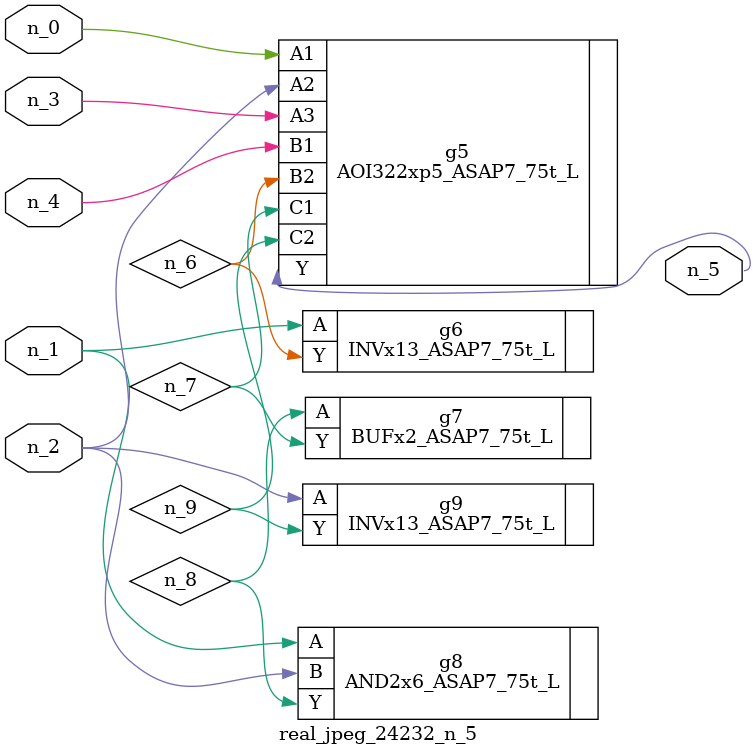
<source format=v>
module real_jpeg_24232_n_5 (n_4, n_0, n_1, n_2, n_3, n_5);

input n_4;
input n_0;
input n_1;
input n_2;
input n_3;

output n_5;

wire n_8;
wire n_6;
wire n_7;
wire n_9;

AOI322xp5_ASAP7_75t_L g5 ( 
.A1(n_0),
.A2(n_2),
.A3(n_3),
.B1(n_4),
.B2(n_6),
.C1(n_7),
.C2(n_9),
.Y(n_5)
);

INVx13_ASAP7_75t_L g6 ( 
.A(n_1),
.Y(n_6)
);

AND2x6_ASAP7_75t_L g8 ( 
.A(n_1),
.B(n_2),
.Y(n_8)
);

INVx13_ASAP7_75t_L g9 ( 
.A(n_2),
.Y(n_9)
);

BUFx2_ASAP7_75t_L g7 ( 
.A(n_8),
.Y(n_7)
);


endmodule
</source>
